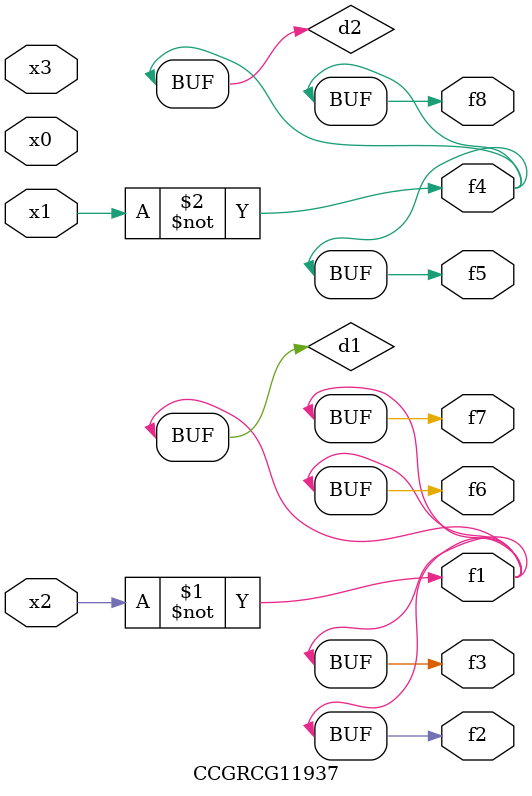
<source format=v>
module CCGRCG11937(
	input x0, x1, x2, x3,
	output f1, f2, f3, f4, f5, f6, f7, f8
);

	wire d1, d2;

	xnor (d1, x2);
	not (d2, x1);
	assign f1 = d1;
	assign f2 = d1;
	assign f3 = d1;
	assign f4 = d2;
	assign f5 = d2;
	assign f6 = d1;
	assign f7 = d1;
	assign f8 = d2;
endmodule

</source>
